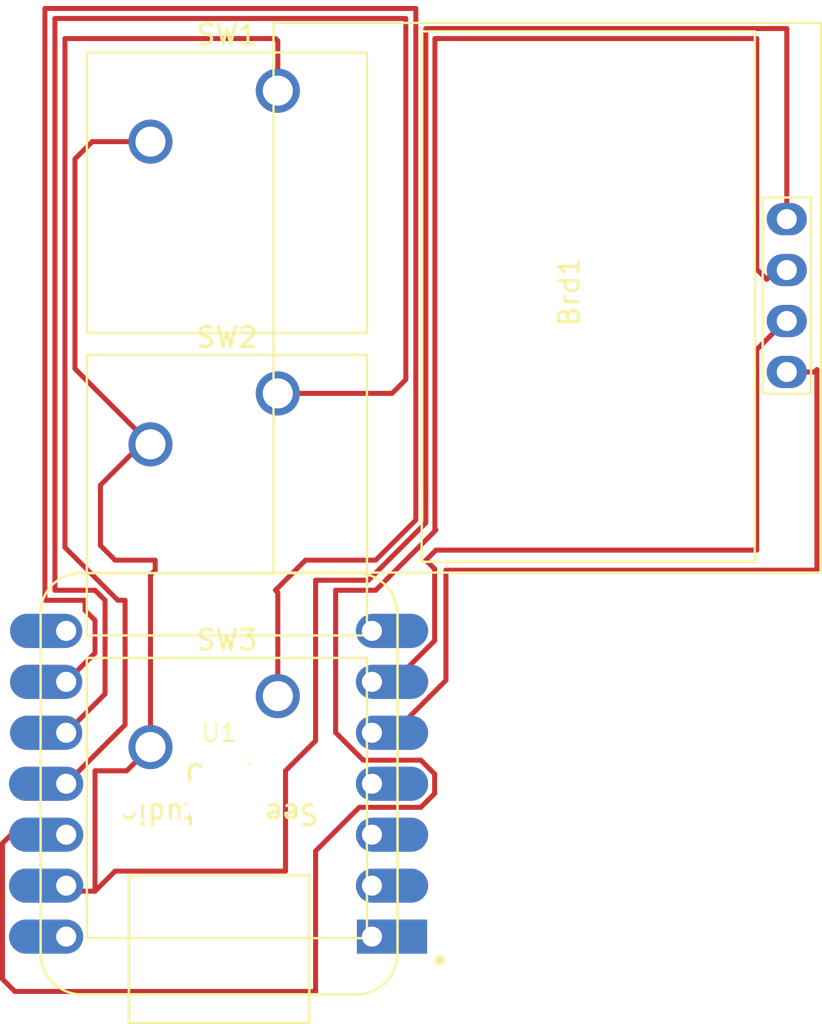
<source format=kicad_pcb>
(kicad_pcb (version 20241229) (generator "pcbnew") (generator_version "9.0")
  (layers (0 "F.Cu" signal) (2 "B.Cu" signal) (13 "F.Paste" user) (15 "B.Paste" user) (5 "F.SilkS" user "F.Silkscreen") (7 "B.SilkS" user "B.Silkscreen") (1 "F.Mask" user) (3 "B.Mask" user) (25 "Edge.Cuts" user))
  (net 0 "")
  (net 1 "Net-(U1-PA6_A10_D10_MOSI)")
  (net 2 "GND")
  (net 3 "Net-(U1-PA5_A9_D9_MISO)")
  (net 4 "Net-(U1-PA7_A8_D8_SCK)")
  (net 5 "Net-(Brd1-SCL)")
  (net 6 "Net-(Brd1-VCC)")
  (net 7 "Net-(Brd1-SDA)")
  (footprint "Button_Switch_Keyboard:SW_Cherry_MX_1.00u_PCB" (layer "F.Cu") (at 128.116 60.59747)
    (property "Reference" "SW1" (at -2.54 -2.794 0) (layer "F.SilkS"))
    (property "Value" "SW_Push")
    (fp_line (start -9.525 -1.905) (end 4.445 -1.905) (stroke (width 0.12)) (layer "F.SilkS"))
    (fp_line (start -9.525 12.065) (end -9.525 -1.905) (stroke (width 0.12)) (layer "F.SilkS"))
    (fp_line (start 4.445 -1.905) (end 4.445 12.065) (stroke (width 0.12)) (layer "F.SilkS"))
    (fp_line (start 4.445 12.065) (end -9.525 12.065) (stroke (width 0.12)) (layer "F.SilkS"))
    (pad "" np_thru_hole circle (at -7.62 5.08) (size 1.7 1.7) (drill 1.7) (layers "*.Cu" "*.Mask"))
    (pad "" np_thru_hole circle (at -2.54 5.08) (size 4 4) (drill 4) (layers "*.Cu" "*.Mask"))
    (pad "" np_thru_hole circle (at 2.54 5.08) (size 1.7 1.7) (drill 1.7) (layers "*.Cu" "*.Mask"))
    (pad "1" thru_hole circle (at 0 0) (size 2.2 2.2) (drill 1.5) (layers "*.Cu" "*.Mask") (net 1 "Net-(U1-PA6_A10_D10_MOSI)"))
    (pad "2" thru_hole circle (at -6.35 2.54) (size 2.2 2.2) (drill 1.5) (layers "*.Cu" "*.Mask") (net 2 "GND"))
  )
  (footprint "Button_Switch_Keyboard:SW_Cherry_MX_1.00u_PCB" (layer "F.Cu") (at 128.116 75.68747)
    (property "Reference" "SW2" (at -2.54 -2.794 0) (layer "F.SilkS"))
    (property "Value" "SW_Push")
    (fp_line (start -9.525 -1.905) (end 4.445 -1.905) (stroke (width 0.12)) (layer "F.SilkS"))
    (fp_line (start -9.525 12.065) (end -9.525 -1.905) (stroke (width 0.12)) (layer "F.SilkS"))
    (fp_line (start 4.445 -1.905) (end 4.445 12.065) (stroke (width 0.12)) (layer "F.SilkS"))
    (fp_line (start 4.445 12.065) (end -9.525 12.065) (stroke (width 0.12)) (layer "F.SilkS"))
    (pad "" np_thru_hole circle (at -7.62 5.08) (size 1.7 1.7) (drill 1.7) (layers "*.Cu" "*.Mask"))
    (pad "" np_thru_hole circle (at -2.54 5.08) (size 4 4) (drill 4) (layers "*.Cu" "*.Mask"))
    (pad "" np_thru_hole circle (at 2.54 5.08) (size 1.7 1.7) (drill 1.7) (layers "*.Cu" "*.Mask"))
    (pad "1" thru_hole circle (at 0 0) (size 2.2 2.2) (drill 1.5) (layers "*.Cu" "*.Mask") (net 3 "Net-(U1-PA5_A9_D9_MISO)"))
    (pad "2" thru_hole circle (at -6.35 2.54) (size 2.2 2.2) (drill 1.5) (layers "*.Cu" "*.Mask") (net 2 "GND"))
  )
  (footprint "SSD1306:128x64OLED" (layer "F.Cu") (at 142.9 70.62 -90)
    (property "Reference" "Brd1" (at 0 0.254 90) (layer "F.SilkS"))
    (property "Value" "SSD1306")
    (fp_line (start -13.4 15) (end -13.4 -12.3) (stroke (width 0.12)) (layer "F.SilkS"))
    (fp_line (start 14 15) (end -13.4 15) (stroke (width 0.12)) (layer "F.SilkS"))
    (fp_line (start 13.462 7.62) (end 13.462 -9.017) (stroke (width 0.12)) (layer "F.SilkS"))
    (fp_line (start -12.978 7.595) (end -12.978 -9.005) (stroke (width 0.12)) (layer "F.SilkS"))
    (fp_line (start 10.122 7.595) (end 13.462 7.62) (stroke (width 0.12)) (layer "F.SilkS"))
    (fp_line (start 10.122 7.595) (end -12.978 7.595) (stroke (width 0.12)) (layer "F.SilkS"))
    (fp_line (start -12.978 -9.005) (end 10.122 -9.005) (stroke (width 0.12)) (layer "F.SilkS"))
    (fp_line (start 10.122 -9.005) (end 13.208 -9.005) (stroke (width 0.12)) (layer "F.SilkS"))
    (fp_line (start 13.462 -9.017) (end 13.208 -9.005) (stroke (width 0.12)) (layer "F.SilkS"))
    (fp_line (start 5.08 -9.398) (end -4.699 -9.398) (stroke (width 0.12)) (layer "F.SilkS"))
    (fp_line (start -4.699 -11.811) (end -4.699 -9.398) (stroke (width 0.12)) (layer "F.SilkS"))
    (fp_line (start -4.699 -11.811) (end 5.08 -11.811) (stroke (width 0.12)) (layer "F.SilkS"))
    (fp_line (start 5.08 -11.811) (end 5.08 -9.398) (stroke (width 0.12)) (layer "F.SilkS"))
    (fp_line (start -13.4 -12.3) (end 14 -12.3) (stroke (width 0.12)) (layer "F.SilkS"))
    (fp_line (start 14 -12.3) (end 14 15) (stroke (width 0.12)) (layer "F.SilkS"))
    (pad "1" thru_hole oval (at -3.62 -10.6) (size 2 1.6) (drill 1) (layers "*.Cu" "*.Mask") (net 2 "GND"))
    (pad "2" thru_hole oval (at -1.08 -10.6) (size 2 1.6) (drill 1) (layers "*.Cu" "*.Mask") (net 6 "Net-(Brd1-VCC)"))
    (pad "3" thru_hole oval (at 1.46 -10.6) (size 2 1.6) (drill 1) (layers "*.Cu" "*.Mask") (net 5 "Net-(Brd1-SCL)"))
    (pad "4" thru_hole oval (at 4 -10.6) (size 2 1.6) (drill 1) (layers "*.Cu" "*.Mask") (net 7 "Net-(Brd1-SDA)"))
  )
  (footprint "Button_Switch_Keyboard:SW_Cherry_MX_1.00u_PCB" (layer "F.Cu") (at 128.116 90.77747)
    (property "Reference" "SW3" (at -2.54 -2.794 0) (layer "F.SilkS"))
    (property "Value" "SW_Push")
    (fp_line (start -9.525 -1.905) (end 4.445 -1.905) (stroke (width 0.12)) (layer "F.SilkS"))
    (fp_line (start -9.525 12.065) (end -9.525 -1.905) (stroke (width 0.12)) (layer "F.SilkS"))
    (fp_line (start 4.445 -1.905) (end 4.445 12.065) (stroke (width 0.12)) (layer "F.SilkS"))
    (fp_line (start 4.445 12.065) (end -9.525 12.065) (stroke (width 0.12)) (layer "F.SilkS"))
    (pad "" np_thru_hole circle (at -7.62 5.08) (size 1.7 1.7) (drill 1.7) (layers "*.Cu" "*.Mask"))
    (pad "" np_thru_hole circle (at -2.54 5.08) (size 4 4) (drill 4) (layers "*.Cu" "*.Mask"))
    (pad "" np_thru_hole circle (at 2.54 5.08) (size 1.7 1.7) (drill 1.7) (layers "*.Cu" "*.Mask"))
    (pad "1" thru_hole circle (at 0 0) (size 2.2 2.2) (drill 1.5) (layers "*.Cu" "*.Mask") (net 4 "Net-(U1-PA7_A8_D8_SCK)"))
    (pad "2" thru_hole circle (at -6.35 2.54) (size 2.2 2.2) (drill 1.5) (layers "*.Cu" "*.Mask") (net 2 "GND"))
  )
  (footprint "footprints:XIAO-Generic-Hybrid-14P-2.54-21X17.8MM" (layer "F.Cu") (at 125.1865 95.145455 180)
    (property "Reference" "U1" (at 0 2.54 0) (layer "F.SilkS") (effects (font (size 0.889 0.889) (thickness 0.1016))))
    (property "Value" "XIAO-SAMD21-SMD" (hide yes))
    (fp_line (start 8.9 8.5) (end 8.9 -8.5) (stroke (width 0.127)) (layer "F.SilkS"))
    (fp_line (start 6.9 -10.49909) (end -6.9 -10.49909) (stroke (width 0.127)) (layer "F.SilkS"))
    (fp_line (start 4.5 -4.57073) (end -4.5 -4.57073) (stroke (width 0.127)) (layer "F.SilkS"))
    (fp_line (start 4.5 -11.92403) (end 4.5 -4.57073) (stroke (width 0.127)) (layer "F.SilkS"))
    (fp_line (start -4.5 -4.57073) (end -4.5 -11.92403) (stroke (width 0.127)) (layer "F.SilkS"))
    (fp_line (start -4.5 -11.92403) (end 4.5 -11.92403) (stroke (width 0.127)) (layer "F.SilkS"))
    (fp_line (start -6.9 10.5) (end 6.9 10.5) (stroke (width 0.127)) (layer "F.SilkS"))
    (fp_line (start -8.9 -8.5) (end -8.9 8.5) (stroke (width 0.127)) (layer "F.SilkS"))
    (fp_arc (start 8.9 8.5) (mid 8.314214 9.914214) (end 6.9 10.5) (stroke (width 0.12)) (layer "F.SilkS"))
    (fp_arc (start 6.9 -10.5) (mid 8.301491 -9.901491) (end 8.9 -8.5) (stroke (width 0.12)) (layer "F.SilkS"))
    (fp_arc (start -6.9 10.5) (mid -8.301423 9.901423) (end -8.9 8.5) (stroke (width 0.12)) (layer "F.SilkS"))
    (fp_arc (start -8.9 -8.5) (mid -8.301491 -9.901491) (end -6.9 -10.5) (stroke (width 0.12)) (layer "F.SilkS"))
    (fp_circle (center -11 -8.8) (end -11 -9.054) (fill yes) (layer "F.SilkS"))
    (fp_poly (pts (xy -8.887715 -8.561705) (xy -8.884667 -8.610473) (xy -8.880603 -8.659494)) (stroke (width 0.0254)) (fill no) (layer "F.SilkS"))
    (fp_poly (pts (xy 8.889492 8.521574) (xy 8.887713 8.57085) (xy 8.884665 8.619618) (xy 8.880601 8.668639) (xy 8.875268 8.717407) (xy 8.868664 8.766175) (xy 8.861044 8.81469) (xy 8.852153 8.86295) (xy 8.842248 8.910955)) (stroke (width 0.0254)) (fill no) (layer "F.SilkS"))
    (fp_text user "Seeed Studio" (at 0 -1.5 180) (layer "F.SilkS"))
    (fp_text user "XIAO" (at 0 0.5 180) (layer "F.SilkS"))
    (pad "1" thru_hole rect (at -7.625 -7.62 180) (size 3.5 1.7) (drill 1 (offset -1 0)) (layers "*.Cu" "*.Mask"))
    (pad "2" thru_hole oval (at -7.625 -5.08 180) (size 3.6 1.7) (drill 1 (offset -1 0)) (layers "*.Cu" "*.Mask"))
    (pad "3" thru_hole oval (at -7.625 -2.54 180) (size 3.6 1.7) (drill 1 (offset -1 0)) (layers "*.Cu" "*.Mask"))
    (pad "4" thru_hole oval (at -7.625 0 180) (size 3.6 1.7) (drill 1 (offset -1 0)) (layers "*.Cu" "*.Mask"))
    (pad "5" thru_hole oval (at -7.625 2.54 180) (size 3.6 1.7) (drill 1 (offset -1 0)) (layers "*.Cu" "*.Mask") (net 7 "Net-(Brd1-SDA)"))
    (pad "6" thru_hole oval (at -7.625 5.08) (size 3.6 1.7) (drill 1 (offset 1 0)) (layers "*.Cu" "*.Mask") (net 5 "Net-(Brd1-SCL)"))
    (pad "7" thru_hole oval (at -7.625 7.62 180) (size 3.6 1.7) (drill 1 (offset -1 0)) (layers "*.Cu" "*.Mask"))
    (pad "8" thru_hole oval (at 7.625 7.62 180) (size 3.6 1.7) (drill 1 (offset 1 0)) (layers "*.Cu" "*.Mask"))
    (pad "9" thru_hole oval (at 7.625 5.08 180) (size 3.6 1.7) (drill 1 (offset 1 0)) (layers "*.Cu" "*.Mask") (net 4 "Net-(U1-PA7_A8_D8_SCK)"))
    (pad "10" thru_hole oval (at 7.625 2.54 180) (size 3.6 1.7) (drill 1 (offset 1 0)) (layers "*.Cu" "*.Mask") (net 3 "Net-(U1-PA5_A9_D9_MISO)"))
    (pad "11" thru_hole oval (at 7.625 0 180) (size 3.7 1.7) (drill 1 (offset 1 0)) (layers "*.Cu" "*.Mask") (net 1 "Net-(U1-PA6_A10_D10_MOSI)"))
    (pad "12" thru_hole oval (at 7.625 -2.54 180) (size 3.7 1.7) (drill 1 (offset 1 0)) (layers "*.Cu" "*.Mask") (net 6 "Net-(Brd1-VCC)"))
    (pad "13" thru_hole oval (at 7.625 -5.08 180) (size 3.7 1.7) (drill 1 (offset 1 0)) (layers "*.Cu" "*.Mask") (net 2 "GND"))
    (pad "14" thru_hole oval (at 7.625 -7.62 180) (size 3.7 1.7) (drill 1 (offset 1 0)) (layers "*.Cu" "*.Mask"))
  )
  (gr_text "Seeed Studio" (at 125.1865 96.645455 180) (layer "F.SilkS") (effects (font (size 1 1))))
  (gr_text "XIAO" (at 125.1865 94.645455 180) (layer "F.SilkS") (effects (font (size 1 1))))
  (segment (start 128.116 58.116) (end 128 58) (width 0.25) (layer "F.Cu") (net 1))
  (segment (start 117.5 58) (end 117.5 83.36219) (width 0.25) (layer "F.Cu") (net 1))
  (segment (start 128.116 60.59747) (end 128.116 58.116) (width 0.25) (layer "F.Cu") (net 1))
  (segment (start 120.5 86) (end 120.5 92.206955) (width 0.25) (layer "F.Cu") (net 1))
  (segment (start 120.13781 86) (end 120.5 86) (width 0.25) (layer "F.Cu") (net 1))
  (segment (start 117.5 83.36219) (end 120.13781 86) (width 0.25) (layer "F.Cu") (net 1))
  (segment (start 120.5 92.206955) (end 117.5615 95.145455) (width 0.25) (layer "F.Cu") (net 1))
  (segment (start 128 58) (end 117.5 58) (width 0.25) (layer "F.Cu") (net 1))
  (segment (start 121.766 93.31747) (end 120.58347 94.5) (width 0.25) (layer "F.Cu") (net 2))
  (segment (start 120.58347 94.5) (end 119 94.5) (width 0.25) (layer "F.Cu") (net 2))
  (segment (start 120 84) (end 122 84) (width 0.25) (layer "F.Cu") (net 2))
  (segment (start 121.766 78.22747) (end 121.302174 78.22747) (width 0.25) (layer "F.Cu") (net 2))
  (segment (start 135.5 57.5) (end 135.5 82.13781) (width 0.25) (layer "F.Cu") (net 2))
  (segment (start 153.5 67) (end 153.5 57.5) (width 0.25) (layer "F.Cu") (net 2))
  (segment (start 118.86253 63.13747) (end 118 64) (width 0.25) (layer "F.Cu") (net 2))
  (segment (start 130 93) (end 128.5 94.5) (width 0.25) (layer "F.Cu") (net 2))
  (segment (start 119.27 83.27) (end 120 84) (width 0.25) (layer "F.Cu") (net 2))
  (segment (start 119 94.5) (end 119 100.5) (width 0.25) (layer "F.Cu") (net 2))
  (segment (start 130 85) (end 130 93) (width 0.25) (layer "F.Cu") (net 2))
  (segment (start 120 99.5) (end 119 100.5) (width 0.25) (layer "F.Cu") (net 2))
  (segment (start 121.766 63.13747) (end 118.86253 63.13747) (width 0.25) (layer "F.Cu") (net 2))
  (segment (start 119.27 80.259644) (end 119.27 83.27) (width 0.25) (layer "F.Cu") (net 2))
  (segment (start 153.5 57.5) (end 135.5 57.5) (width 0.25) (layer "F.Cu") (net 2))
  (segment (start 118 64) (end 118 74.46147) (width 0.25) (layer "F.Cu") (net 2))
  (segment (start 135.5 82.13781) (end 132.63781 85) (width 0.25) (layer "F.Cu") (net 2))
  (segment (start 121.766 84.734) (end 121.766 93.31747) (width 0.25) (layer "F.Cu") (net 2))
  (segment (start 121.302174 78.22747) (end 119.27 80.259644) (width 0.25) (layer "F.Cu") (net 2))
  (segment (start 122 84) (end 122 84.5) (width 0.25) (layer "F.Cu") (net 2))
  (segment (start 132.63781 85) (end 130 85) (width 0.25) (layer "F.Cu") (net 2))
  (segment (start 128.5 94.5) (end 128.5 99.5) (width 0.25) (layer "F.Cu") (net 2))
  (segment (start 119 100.5) (end 117.836045 100.5) (width 0.25) (layer "F.Cu") (net 2))
  (segment (start 118 74.46147) (end 121.766 78.22747) (width 0.25) (layer "F.Cu") (net 2))
  (segment (start 128.5 99.5) (end 120 99.5) (width 0.25) (layer "F.Cu") (net 2))
  (segment (start 117.836045 100.5) (end 117.5615 100.225455) (width 0.25) (layer "F.Cu") (net 2))
  (segment (start 122 84.5) (end 121.766 84.734) (width 0.25) (layer "F.Cu") (net 2))
  (segment (start 133.81253 75.68747) (end 134.5 75) (width 0.25) (layer "F.Cu") (net 3))
  (segment (start 119 85.5) (end 119.5 86) (width 0.25) (layer "F.Cu") (net 3))
  (segment (start 117 85.5) (end 119 85.5) (width 0.25) (layer "F.Cu") (net 3))
  (segment (start 119.5 90.666955) (end 117.5615 92.605455) (width 0.25) (layer "F.Cu") (net 3))
  (segment (start 134.5 57) (end 117 57) (width 0.25) (layer "F.Cu") (net 3))
  (segment (start 117 57) (end 117 85.5) (width 0.25) (layer "F.Cu") (net 3))
  (segment (start 119.5 86) (end 119.5 90.666955) (width 0.25) (layer "F.Cu") (net 3))
  (segment (start 134.5 75) (end 134.5 57) (width 0.25) (layer "F.Cu") (net 3))
  (segment (start 128.116 75.68747) (end 133.81253 75.68747) (width 0.25) (layer "F.Cu") (net 3))
  (segment (start 128.116 85.616) (end 128 85.5) (width 0.25) (layer "F.Cu") (net 4))
  (segment (start 119 87) (end 119 88.626955) (width 0.25) (layer "F.Cu") (net 4))
  (segment (start 128 85.5) (end 129.5 84) (width 0.25) (layer "F.Cu") (net 4))
  (segment (start 133 84) (end 135 82) (width 0.25) (layer "F.Cu") (net 4))
  (segment (start 119 88.626955) (end 117.5615 90.065455) (width 0.25) (layer "F.Cu") (net 4))
  (segment (start 135 82) (end 135 56.5) (width 0.25) (layer "F.Cu") (net 4))
  (segment (start 118.5 86.5) (end 119 87) (width 0.25) (layer "F.Cu") (net 4))
  (segment (start 118.5 86) (end 118.5 86.5) (width 0.25) (layer "F.Cu") (net 4))
  (segment (start 116.5 86) (end 118.5 86) (width 0.25) (layer "F.Cu") (net 4))
  (segment (start 129.5 84) (end 133 84) (width 0.25) (layer "F.Cu") (net 4))
  (segment (start 128.116 90.77747) (end 128.116 85.616) (width 0.25) (layer "F.Cu") (net 4))
  (segment (start 116.5 56.5) (end 116.5 86) (width 0.25) (layer "F.Cu") (net 4))
  (segment (start 135 56.5) (end 116.5 56.5) (width 0.25) (layer "F.Cu") (net 4))
  (segment (start 133.884615 90.065455) (end 132.8115 90.065455) (width 0.25) (layer "F.Cu") (net 5))
  (segment (start 136 83.5) (end 135.5 84) (width 0.25) (layer "F.Cu") (net 5))
  (segment (start 135.5 84) (end 135.9375 84.4375) (width 0.25) (layer "F.Cu") (net 5))
  (segment (start 153.42 72.08) (end 152 73.5) (width 0.25) (layer "F.Cu") (net 5))
  (segment (start 153.5 72.08) (end 153.42 72.08) (width 0.25) (layer "F.Cu") (net 5))
  (segment (start 152 83.5) (end 136 83.5) (width 0.25) (layer "F.Cu") (net 5))
  (segment (start 135.9375 88.01257) (end 133.884615 90.065455) (width 0.25) (layer "F.Cu") (net 5))
  (segment (start 135.9375 84.4375) (end 135.9375 88.01257) (width 0.25) (layer "F.Cu") (net 5))
  (segment (start 152 73.5) (end 152 83.5) (width 0.25) (layer "F.Cu") (net 5))
  (segment (start 135.951 82.451) (end 136 82.5) (width 0.25) (layer "F.Cu") (net 6))
  (segment (start 152 69.5) (end 152 58) (width 0.25) (layer "F.Cu") (net 6))
  (segment (start 152.5 70) (end 152 69.5) (width 0.25) (layer "F.Cu") (net 6))
  (segment (start 135.248615 96.321455) (end 132.178545 96.321455) (width 0.25) (layer "F.Cu") (net 6))
  (segment (start 132.178545 96.321455) (end 130 98.5) (width 0.25) (layer "F.Cu") (net 6))
  (segment (start 152 58) (end 135.951 58) (width 0.25) (layer "F.Cu") (net 6))
  (segment (start 115 105.5) (end 114.3855 104.8855) (width 0.25) (layer "F.Cu") (net 6))
  (segment (start 114.814545 97.685455) (end 117.5615 97.685455) (width 0.25) (layer "F.Cu") (net 6))
  (segment (start 131 92.59507) (end 132.374385 93.969455) (width 0.25) (layer "F.Cu") (net 6))
  (segment (start 114.3855 104.8855) (end 114.3855 98.1145) (width 0.25) (layer "F.Cu") (net 6))
  (segment (start 131 85.5) (end 131 92.59507) (width 0.25) (layer "F.Cu") (net 6))
  (segment (start 136 82.5) (end 133 85.5) (width 0.25) (layer "F.Cu") (net 6))
  (segment (start 130 98.5) (end 130 105.5) (width 0.25) (layer "F.Cu") (net 6))
  (segment (start 135.9375 94.65834) (end 135.9375 95.63257) (width 0.25) (layer "F.Cu") (net 6))
  (segment (start 135.248615 93.969455) (end 135.9375 94.65834) (width 0.25) (layer "F.Cu") (net 6))
  (segment (start 135.9375 95.63257) (end 135.248615 96.321455) (width 0.25) (layer "F.Cu") (net 6))
  (segment (start 130 105.5) (end 115 105.5) (width 0.25) (layer "F.Cu") (net 6))
  (segment (start 133 85.5) (end 131 85.5) (width 0.25) (layer "F.Cu") (net 6))
  (segment (start 132.374385 93.969455) (end 135.248615 93.969455) (width 0.25) (layer "F.Cu") (net 6))
  (segment (start 153.5 69.54) (end 152.96 69.54) (width 0.25) (layer "F.Cu") (net 6))
  (segment (start 114.3855 98.1145) (end 114.814545 97.685455) (width 0.25) (layer "F.Cu") (net 6))
  (segment (start 135.951 58) (end 135.951 82.451) (width 0.25) (layer "F.Cu") (net 6))
  (segment (start 152.96 69.54) (end 152.5 70) (width 0.25) (layer "F.Cu") (net 6))
  (segment (start 133.884615 92.605455) (end 132.8115 92.605455) (width 0.25) (layer "F.Cu") (net 7))
  (segment (start 154.88 74.62) (end 155 74.5) (width 0.25) (layer "F.Cu") (net 7))
  (segment (start 155 74.5) (end 155 84.5) (width 0.25) (layer "F.Cu") (net 7))
  (segment (start 153.5 74.62) (end 154.88 74.62) (width 0.25) (layer "F.Cu") (net 7))
  (segment (start 136.5 89.99007) (end 133.884615 92.605455) (width 0.25) (layer "F.Cu") (net 7))
  (segment (start 155 84.5) (end 136.5 84.5) (width 0.25) (layer "F.Cu") (net 7))
  (segment (start 136.5 84.5) (end 136.5 89.99007) (width 0.25) (layer "F.Cu") (net 7))
)
</source>
